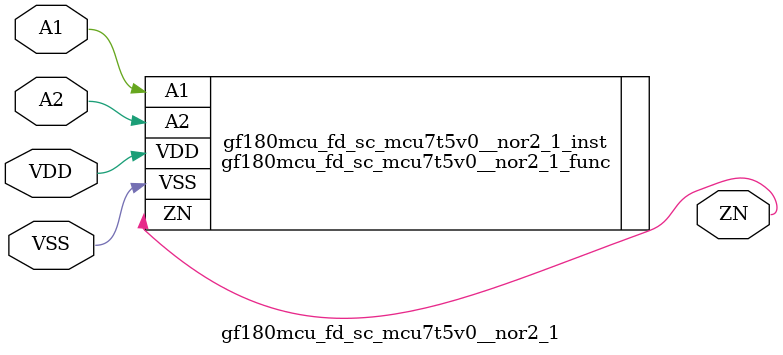
<source format=v>

module gf180mcu_fd_sc_mcu7t5v0__nor2_1( A2, ZN, A1, VDD, VSS );
input A1, A2;
inout VDD, VSS;
output ZN;

   `ifdef FUNCTIONAL  //  functional //

	gf180mcu_fd_sc_mcu7t5v0__nor2_1_func gf180mcu_fd_sc_mcu7t5v0__nor2_1_behav_inst(.A2(A2),.ZN(ZN),.A1(A1),.VDD(VDD),.VSS(VSS));

   `else

	gf180mcu_fd_sc_mcu7t5v0__nor2_1_func gf180mcu_fd_sc_mcu7t5v0__nor2_1_inst(.A2(A2),.ZN(ZN),.A1(A1),.VDD(VDD),.VSS(VSS));

	// spec_gates_begin


	// spec_gates_end



   specify

	// specify_block_begin

	// comb arc A1 --> ZN
	 (A1 => ZN) = (1.0,1.0);

	// comb arc A2 --> ZN
	 (A2 => ZN) = (1.0,1.0);

	// specify_block_end

   endspecify

   `endif

endmodule

</source>
